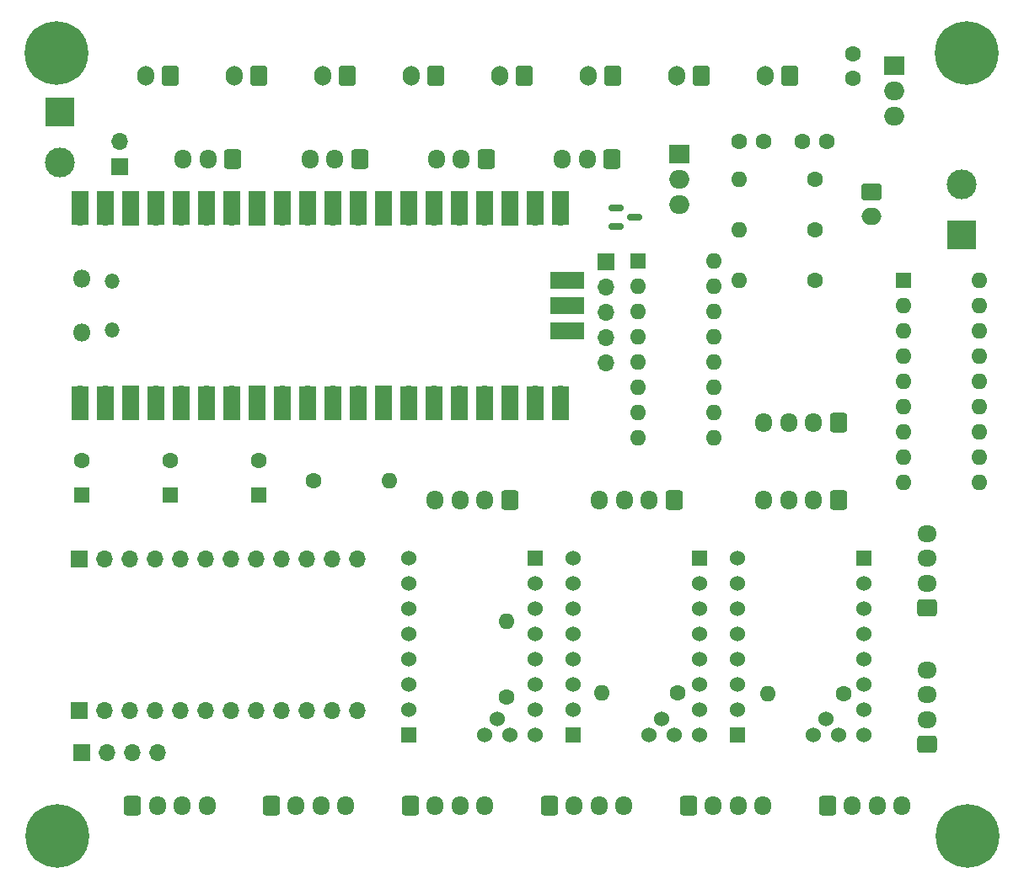
<source format=gbr>
%TF.GenerationSoftware,KiCad,Pcbnew,(6.0.4-0)*%
%TF.CreationDate,2022-08-25T17:13:23-05:00*%
%TF.ProjectId,owl-brd,6f776c2d-6272-4642-9e6b-696361645f70,v1.0*%
%TF.SameCoordinates,Original*%
%TF.FileFunction,Soldermask,Top*%
%TF.FilePolarity,Negative*%
%FSLAX46Y46*%
G04 Gerber Fmt 4.6, Leading zero omitted, Abs format (unit mm)*
G04 Created by KiCad (PCBNEW (6.0.4-0)) date 2022-08-25 17:13:23*
%MOMM*%
%LPD*%
G01*
G04 APERTURE LIST*
G04 Aperture macros list*
%AMRoundRect*
0 Rectangle with rounded corners*
0 $1 Rounding radius*
0 $2 $3 $4 $5 $6 $7 $8 $9 X,Y pos of 4 corners*
0 Add a 4 corners polygon primitive as box body*
4,1,4,$2,$3,$4,$5,$6,$7,$8,$9,$2,$3,0*
0 Add four circle primitives for the rounded corners*
1,1,$1+$1,$2,$3*
1,1,$1+$1,$4,$5*
1,1,$1+$1,$6,$7*
1,1,$1+$1,$8,$9*
0 Add four rect primitives between the rounded corners*
20,1,$1+$1,$2,$3,$4,$5,0*
20,1,$1+$1,$4,$5,$6,$7,0*
20,1,$1+$1,$6,$7,$8,$9,0*
20,1,$1+$1,$8,$9,$2,$3,0*%
G04 Aperture macros list end*
%ADD10R,1.700000X1.700000*%
%ADD11O,1.700000X1.700000*%
%ADD12RoundRect,0.250000X-0.600000X-0.725000X0.600000X-0.725000X0.600000X0.725000X-0.600000X0.725000X0*%
%ADD13O,1.700000X1.950000*%
%ADD14R,2.000000X1.905000*%
%ADD15O,2.000000X1.905000*%
%ADD16RoundRect,0.250000X0.600000X0.725000X-0.600000X0.725000X-0.600000X-0.725000X0.600000X-0.725000X0*%
%ADD17RoundRect,0.250000X0.600000X0.750000X-0.600000X0.750000X-0.600000X-0.750000X0.600000X-0.750000X0*%
%ADD18O,1.700000X2.000000*%
%ADD19C,1.600000*%
%ADD20O,1.600000X1.600000*%
%ADD21R,1.600000X1.600000*%
%ADD22R,1.524000X1.524000*%
%ADD23C,1.524000*%
%ADD24C,0.800000*%
%ADD25C,6.400000*%
%ADD26RoundRect,0.250000X0.725000X-0.600000X0.725000X0.600000X-0.725000X0.600000X-0.725000X-0.600000X0*%
%ADD27O,1.950000X1.700000*%
%ADD28R,3.000000X3.000000*%
%ADD29C,3.000000*%
%ADD30O,1.500000X1.500000*%
%ADD31O,1.800000X1.800000*%
%ADD32R,1.700000X3.500000*%
%ADD33R,3.500000X1.700000*%
%ADD34RoundRect,0.250000X-0.750000X0.600000X-0.750000X-0.600000X0.750000X-0.600000X0.750000X0.600000X0*%
%ADD35O,2.000000X1.700000*%
%ADD36RoundRect,0.150000X-0.587500X-0.150000X0.587500X-0.150000X0.587500X0.150000X-0.587500X0.150000X0*%
G04 APERTURE END LIST*
D10*
%TO.C,J30*%
X71757152Y-38776266D03*
D11*
X71757152Y-41316266D03*
X71757152Y-43856266D03*
X71757152Y-46396266D03*
X71757152Y-48936266D03*
%TD*%
D10*
%TO.C,J29*%
X22860000Y-29210000D03*
D11*
X22860000Y-26670000D03*
%TD*%
D10*
%TO.C,J14*%
X19060000Y-88140270D03*
D11*
X21600000Y-88140270D03*
X24140000Y-88140270D03*
X26680000Y-88140270D03*
%TD*%
D12*
%TO.C,J10*%
X80010000Y-93455000D03*
D13*
X82510000Y-93455000D03*
X85010000Y-93455000D03*
X87510000Y-93455000D03*
%TD*%
D14*
%TO.C,Q9*%
X100655000Y-19050000D03*
D15*
X100655000Y-21590000D03*
X100655000Y-24130000D03*
%TD*%
D16*
%TO.C,J4*%
X62062363Y-62755000D03*
D13*
X59562363Y-62755000D03*
X57062363Y-62755000D03*
X54562363Y-62755000D03*
%TD*%
D16*
%TO.C,J26*%
X72350000Y-28465000D03*
D13*
X69850000Y-28465000D03*
X67350000Y-28465000D03*
%TD*%
D17*
%TO.C,J17*%
X72430000Y-20100000D03*
D18*
X69930000Y-20100000D03*
%TD*%
D19*
%TO.C,R7*%
X92710000Y-30480000D03*
D20*
X85090000Y-30480000D03*
%TD*%
D19*
%TO.C,C1*%
X96520000Y-20320000D03*
X96520000Y-17820000D03*
%TD*%
D12*
%TO.C,J6*%
X38100000Y-93455000D03*
D13*
X40600000Y-93455000D03*
X43100000Y-93455000D03*
X45600000Y-93455000D03*
%TD*%
D21*
%TO.C,C3*%
X36830000Y-62230000D03*
D19*
X36830000Y-58730000D03*
%TD*%
D22*
%TO.C,U4*%
X64662363Y-68580000D03*
D23*
X64662363Y-71120000D03*
X64662363Y-73660000D03*
X64662363Y-76200000D03*
X64662363Y-78740000D03*
X64662363Y-81280000D03*
X64662363Y-83820000D03*
X64662363Y-86360000D03*
D22*
X51962363Y-86360000D03*
D23*
X51962363Y-83820000D03*
X51962363Y-81280000D03*
X51962363Y-78740000D03*
X51962363Y-76200000D03*
X51962363Y-73660000D03*
X51962363Y-71120000D03*
X51962363Y-68580000D03*
X60852363Y-84709000D03*
X59582363Y-86360000D03*
X62122363Y-86360000D03*
%TD*%
D19*
%TO.C,R1*%
X42338995Y-60784772D03*
D20*
X49958995Y-60784772D03*
%TD*%
D24*
%TO.C,REF\u002A\u002A*%
X14812944Y-16082944D03*
X18207056Y-19477056D03*
X16510000Y-20180000D03*
X14812944Y-19477056D03*
D25*
X16510000Y-17780000D03*
D24*
X14110000Y-17780000D03*
X16510000Y-15380000D03*
X18910000Y-17780000D03*
X18207056Y-16082944D03*
%TD*%
D19*
%TO.C,R5*%
X92710000Y-40640000D03*
D20*
X85090000Y-40640000D03*
%TD*%
D16*
%TO.C,J2*%
X95082363Y-62755000D03*
D13*
X92582363Y-62755000D03*
X90082363Y-62755000D03*
X87582363Y-62755000D03*
%TD*%
D16*
%TO.C,J25*%
X34250000Y-28465000D03*
D13*
X31750000Y-28465000D03*
X29250000Y-28465000D03*
%TD*%
D14*
%TO.C,U2*%
X79065000Y-27940000D03*
D15*
X79065000Y-30480000D03*
X79065000Y-33020000D03*
%TD*%
D12*
%TO.C,J5*%
X24190000Y-93455000D03*
D13*
X26690000Y-93455000D03*
X29190000Y-93455000D03*
X31690000Y-93455000D03*
%TD*%
D21*
%TO.C,C5*%
X19050000Y-62230000D03*
D19*
X19050000Y-58730000D03*
%TD*%
D16*
%TO.C,J1*%
X95082363Y-54955000D03*
D13*
X92582363Y-54955000D03*
X90082363Y-54955000D03*
X87582363Y-54955000D03*
%TD*%
D26*
%TO.C,J7*%
X104032363Y-73600000D03*
D27*
X104032363Y-71100000D03*
X104032363Y-68600000D03*
X104032363Y-66100000D03*
%TD*%
D21*
%TO.C,C4*%
X27940000Y-62230000D03*
D19*
X27940000Y-58730000D03*
%TD*%
D17*
%TO.C,J16*%
X81320000Y-20100000D03*
D18*
X78820000Y-20100000D03*
%TD*%
D19*
%TO.C,C2*%
X85090000Y-26670000D03*
X87590000Y-26670000D03*
%TD*%
D17*
%TO.C,J20*%
X45760000Y-20100000D03*
D18*
X43260000Y-20100000D03*
%TD*%
D12*
%TO.C,J11*%
X66040000Y-93455000D03*
D13*
X68540000Y-93455000D03*
X71040000Y-93455000D03*
X73540000Y-93455000D03*
%TD*%
D17*
%TO.C,J15*%
X90210000Y-20100000D03*
D18*
X87710000Y-20100000D03*
%TD*%
D19*
%TO.C,R2*%
X95586802Y-82167602D03*
D20*
X87966802Y-82167602D03*
%TD*%
D12*
%TO.C,J9*%
X93980000Y-93455000D03*
D13*
X96480000Y-93455000D03*
X98980000Y-93455000D03*
X101480000Y-93455000D03*
%TD*%
D19*
%TO.C,R4*%
X61777090Y-82550000D03*
D20*
X61777090Y-74930000D03*
%TD*%
D21*
%TO.C,U8*%
X101610000Y-40650000D03*
D20*
X101610000Y-43190000D03*
X101610000Y-45730000D03*
X101610000Y-48270000D03*
X101610000Y-50810000D03*
X101610000Y-53350000D03*
X101610000Y-55890000D03*
X101610000Y-58430000D03*
X101610000Y-60970000D03*
X109230000Y-60970000D03*
X109230000Y-58430000D03*
X109230000Y-55890000D03*
X109230000Y-53350000D03*
X109230000Y-50810000D03*
X109230000Y-48270000D03*
X109230000Y-45730000D03*
X109230000Y-43190000D03*
X109230000Y-40650000D03*
%TD*%
D25*
%TO.C,*%
X108090000Y-96520000D03*
%TD*%
D17*
%TO.C,J18*%
X63540000Y-20100000D03*
D18*
X61040000Y-20100000D03*
%TD*%
D17*
%TO.C,J19*%
X54650000Y-20100000D03*
D18*
X52150000Y-20100000D03*
%TD*%
D16*
%TO.C,J24*%
X59690000Y-28465000D03*
D13*
X57190000Y-28465000D03*
X54690000Y-28465000D03*
%TD*%
D28*
%TO.C,J27*%
X107465108Y-36071144D03*
D29*
X107465108Y-30991144D03*
%TD*%
D26*
%TO.C,J8*%
X104027939Y-87319486D03*
D27*
X104027939Y-84819486D03*
X104027939Y-82319486D03*
X104027939Y-79819486D03*
%TD*%
D21*
%TO.C,U7*%
X74940000Y-38647160D03*
D20*
X74940000Y-41187160D03*
X74940000Y-43727160D03*
X74940000Y-46267160D03*
X74940000Y-48807160D03*
X74940000Y-51347160D03*
X74940000Y-53887160D03*
X74940000Y-56427160D03*
X82560000Y-56427160D03*
X82560000Y-53887160D03*
X82560000Y-51347160D03*
X82560000Y-48807160D03*
X82560000Y-46267160D03*
X82560000Y-43727160D03*
X82560000Y-41187160D03*
X82560000Y-38647160D03*
%TD*%
D11*
%TO.C,U6*%
X31537363Y-83925000D03*
X34077363Y-83925000D03*
X28997363Y-83925000D03*
X39157363Y-83925000D03*
X41697363Y-83925000D03*
X44237363Y-83925000D03*
X46777363Y-83925000D03*
X46777363Y-68685000D03*
X44237363Y-68685000D03*
X41697363Y-68685000D03*
X39157363Y-68685000D03*
X21377363Y-83925000D03*
X36617363Y-68685000D03*
X34077363Y-68685000D03*
X31537363Y-68685000D03*
X28997363Y-68685000D03*
X26457363Y-68685000D03*
X23917363Y-68685000D03*
X21377363Y-68685000D03*
D10*
X18837363Y-68685000D03*
D11*
X36617363Y-83925000D03*
X26457363Y-83925000D03*
X23917363Y-83925000D03*
D10*
X18837363Y-83925000D03*
%TD*%
D30*
%TO.C,U1*%
X22102363Y-40755000D03*
X22102363Y-45605000D03*
D31*
X19072363Y-40455000D03*
X19072363Y-45905000D03*
D11*
X18942363Y-52070000D03*
D32*
X18942363Y-52970000D03*
X21482363Y-52970000D03*
D11*
X21482363Y-52070000D03*
D32*
X24022363Y-52970000D03*
D10*
X24022363Y-52070000D03*
D11*
X26562363Y-52070000D03*
D32*
X26562363Y-52970000D03*
X29102363Y-52970000D03*
D11*
X29102363Y-52070000D03*
X31642363Y-52070000D03*
D32*
X31642363Y-52970000D03*
D11*
X34182363Y-52070000D03*
D32*
X34182363Y-52970000D03*
D10*
X36722363Y-52070000D03*
D32*
X36722363Y-52970000D03*
D11*
X39262363Y-52070000D03*
D32*
X39262363Y-52970000D03*
D11*
X41802363Y-52070000D03*
D32*
X41802363Y-52970000D03*
X44342363Y-52970000D03*
D11*
X44342363Y-52070000D03*
X46882363Y-52070000D03*
D32*
X46882363Y-52970000D03*
X49422363Y-52970000D03*
D10*
X49422363Y-52070000D03*
D32*
X51962363Y-52970000D03*
D11*
X51962363Y-52070000D03*
X54502363Y-52070000D03*
D32*
X54502363Y-52970000D03*
X57042363Y-52970000D03*
D11*
X57042363Y-52070000D03*
D32*
X59582363Y-52970000D03*
D11*
X59582363Y-52070000D03*
D32*
X62122363Y-52970000D03*
D10*
X62122363Y-52070000D03*
D11*
X64662363Y-52070000D03*
D32*
X64662363Y-52970000D03*
X67202363Y-52970000D03*
D11*
X67202363Y-52070000D03*
D32*
X67202363Y-33390000D03*
D11*
X67202363Y-34290000D03*
D32*
X64662363Y-33390000D03*
D11*
X64662363Y-34290000D03*
D32*
X62122363Y-33390000D03*
D10*
X62122363Y-34290000D03*
D32*
X59582363Y-33390000D03*
D11*
X59582363Y-34290000D03*
X57042363Y-34290000D03*
D32*
X57042363Y-33390000D03*
X54502363Y-33390000D03*
D11*
X54502363Y-34290000D03*
D32*
X51962363Y-33390000D03*
D11*
X51962363Y-34290000D03*
D10*
X49422363Y-34290000D03*
D32*
X49422363Y-33390000D03*
X46882363Y-33390000D03*
D11*
X46882363Y-34290000D03*
D32*
X44342363Y-33390000D03*
D11*
X44342363Y-34290000D03*
X41802363Y-34290000D03*
D32*
X41802363Y-33390000D03*
D11*
X39262363Y-34290000D03*
D32*
X39262363Y-33390000D03*
D10*
X36722363Y-34290000D03*
D32*
X36722363Y-33390000D03*
D11*
X34182363Y-34290000D03*
D32*
X34182363Y-33390000D03*
X31642363Y-33390000D03*
D11*
X31642363Y-34290000D03*
D32*
X29102363Y-33390000D03*
D11*
X29102363Y-34290000D03*
D32*
X26562363Y-33390000D03*
D11*
X26562363Y-34290000D03*
D32*
X24022363Y-33390000D03*
D10*
X24022363Y-34290000D03*
D32*
X21482363Y-33390000D03*
D11*
X21482363Y-34290000D03*
X18942363Y-34290000D03*
D32*
X18942363Y-33390000D03*
D11*
X66972363Y-45720000D03*
D33*
X67872363Y-45720000D03*
D10*
X66972363Y-43180000D03*
D33*
X67872363Y-43180000D03*
X67872363Y-40640000D03*
D11*
X66972363Y-40640000D03*
%TD*%
D17*
%TO.C,J22*%
X27980000Y-20100000D03*
D18*
X25480000Y-20100000D03*
%TD*%
D34*
%TO.C,J28*%
X98383840Y-31713623D03*
D35*
X98383840Y-34213623D03*
%TD*%
D25*
%TO.C,*%
X16650000Y-96520000D03*
%TD*%
D19*
%TO.C,R6*%
X92710000Y-35560000D03*
D20*
X85090000Y-35560000D03*
%TD*%
D19*
%TO.C,R3*%
X78920883Y-82127586D03*
D20*
X71300883Y-82127586D03*
%TD*%
D24*
%TO.C,REF\u002A\u002A*%
X106392944Y-98217056D03*
X110490000Y-96520000D03*
X108090000Y-98920000D03*
X108090000Y-94120000D03*
X109787056Y-98217056D03*
D25*
X108090000Y-96520000D03*
D24*
X109787056Y-94822944D03*
X106392944Y-94822944D03*
X105690000Y-96520000D03*
%TD*%
D16*
%TO.C,J23*%
X46990000Y-28465000D03*
D13*
X44490000Y-28465000D03*
X41990000Y-28465000D03*
%TD*%
D28*
%TO.C,J13*%
X16839127Y-23707856D03*
D29*
X16839127Y-28787856D03*
%TD*%
D12*
%TO.C,J12*%
X52070000Y-93455000D03*
D13*
X54570000Y-93455000D03*
X57070000Y-93455000D03*
X59570000Y-93455000D03*
%TD*%
D16*
%TO.C,J3*%
X78572363Y-62755000D03*
D13*
X76072363Y-62755000D03*
X73572363Y-62755000D03*
X71072363Y-62755000D03*
%TD*%
D19*
%TO.C,C6*%
X91440000Y-26670000D03*
X93940000Y-26670000D03*
%TD*%
D36*
%TO.C,D1*%
X72722500Y-33340000D03*
X72722500Y-35240000D03*
X74597500Y-34290000D03*
%TD*%
D24*
%TO.C,REF\u002A\u002A*%
X14250000Y-96520000D03*
X18347056Y-94822944D03*
X16650000Y-98920000D03*
D25*
X16650000Y-96520000D03*
D24*
X16650000Y-94120000D03*
X19050000Y-96520000D03*
X14952944Y-98217056D03*
X18347056Y-98217056D03*
X14952944Y-94822944D03*
%TD*%
D22*
%TO.C,U3*%
X97682363Y-68580000D03*
D23*
X97682363Y-71120000D03*
X97682363Y-73660000D03*
X97682363Y-76200000D03*
X97682363Y-78740000D03*
X97682363Y-81280000D03*
X97682363Y-83820000D03*
X97682363Y-86360000D03*
D22*
X84982363Y-86360000D03*
D23*
X84982363Y-83820000D03*
X84982363Y-81280000D03*
X84982363Y-78740000D03*
X84982363Y-76200000D03*
X84982363Y-73660000D03*
X84982363Y-71120000D03*
X84982363Y-68580000D03*
X93872363Y-84709000D03*
X92602363Y-86360000D03*
X95142363Y-86360000D03*
%TD*%
D17*
%TO.C,J21*%
X36870000Y-20100000D03*
D18*
X34370000Y-20100000D03*
%TD*%
D24*
%TO.C,REF\u002A\u002A*%
X107950000Y-15380000D03*
X106252944Y-16082944D03*
X107950000Y-20180000D03*
X110350000Y-17780000D03*
X109647056Y-19477056D03*
X105550000Y-17780000D03*
X109647056Y-16082944D03*
X106252944Y-19477056D03*
D25*
X107950000Y-17780000D03*
%TD*%
D22*
%TO.C,U5*%
X81172363Y-68580000D03*
D23*
X81172363Y-71120000D03*
X81172363Y-73660000D03*
X81172363Y-76200000D03*
X81172363Y-78740000D03*
X81172363Y-81280000D03*
X81172363Y-83820000D03*
X81172363Y-86360000D03*
D22*
X68472363Y-86360000D03*
D23*
X68472363Y-83820000D03*
X68472363Y-81280000D03*
X68472363Y-78740000D03*
X68472363Y-76200000D03*
X68472363Y-73660000D03*
X68472363Y-71120000D03*
X68472363Y-68580000D03*
X77362363Y-84709000D03*
X76092363Y-86360000D03*
X78632363Y-86360000D03*
%TD*%
M02*

</source>
